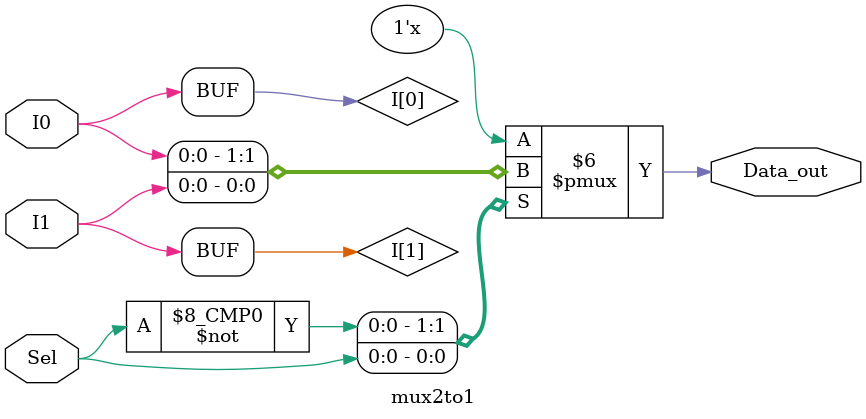
<source format=sv>
module mux2to1
   #(parameter DW = 1)
   (input logic [DW-1:0] I0,I1,
    input logic Sel,
    output logic [DW-1:0] Data_out);
	 
//PARTE DECLARATORIA: Nets y variables
    wire [DW-1:0] I [2];
	 
//PARTE OPERATORIA
    assign I[0]=I0;
    assign I[1]=I1;
    assign Data_out =I[Sel];
endmodule
</source>
